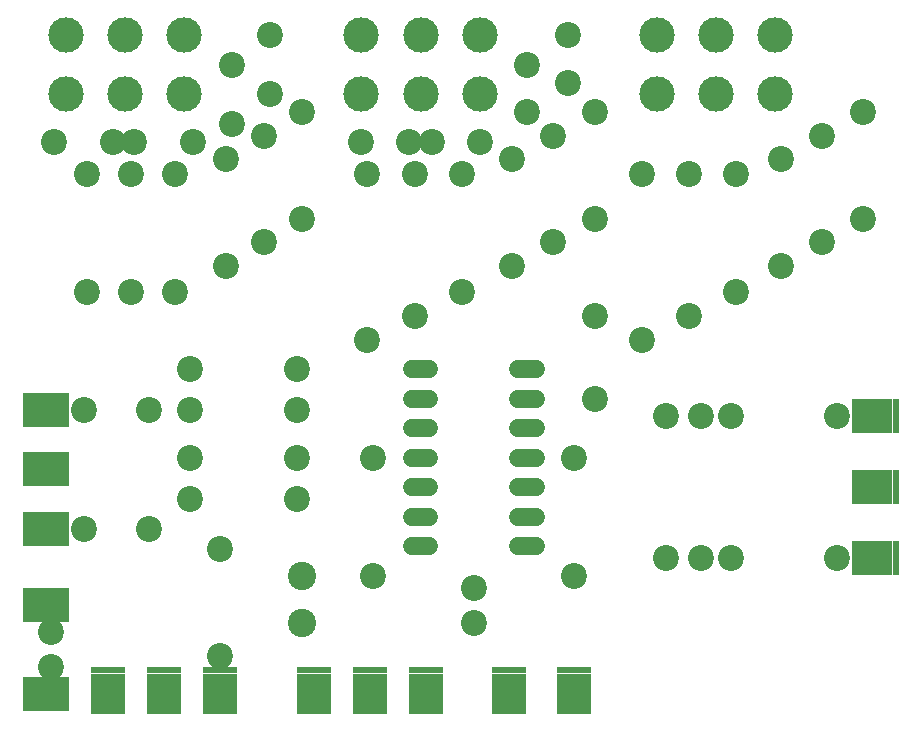
<source format=gbr>
G04 EAGLE Gerber RS-274X export*
G75*
%MOMM*%
%FSLAX34Y34*%
%LPD*%
%INTop Copper*%
%IPPOS*%
%AMOC8*
5,1,8,0,0,1.08239X$1,22.5*%
G01*
%ADD10C,2.000000*%
%ADD11C,2.200000*%
%ADD12R,3.500000X3.000000*%
%ADD13R,0.500000X3.000000*%
%ADD14C,1.500000*%
%ADD15C,2.400000*%
%ADD16R,3.000000X3.500000*%
%ADD17R,3.000000X0.500000*%
%ADD18C,3.000000*%


D10*
X60000Y360000D03*
X60000Y460000D03*
X97500Y360000D03*
X97500Y460000D03*
X135000Y360000D03*
X135000Y460000D03*
D11*
X177500Y382500D03*
X177500Y472500D03*
X210000Y402500D03*
X210000Y492500D03*
X242500Y422500D03*
X242500Y512500D03*
X647500Y382500D03*
X647500Y472500D03*
X682500Y402500D03*
X682500Y492500D03*
X717500Y422500D03*
X717500Y512500D03*
X610000Y360000D03*
X610000Y460000D03*
X490000Y422500D03*
X490000Y512500D03*
X455000Y402500D03*
X455000Y492500D03*
X420000Y382500D03*
X420000Y472500D03*
X337500Y340000D03*
X337500Y460000D03*
X570000Y340000D03*
X570000Y460000D03*
X377500Y360000D03*
X377500Y460000D03*
X297500Y320000D03*
X297500Y460000D03*
X530000Y320000D03*
X530000Y460000D03*
X60000Y360000D03*
X60000Y460000D03*
X97500Y360000D03*
X97500Y460000D03*
X135000Y360000D03*
X135000Y460000D03*
D12*
X22500Y260000D03*
D13*
X42500Y260000D03*
D11*
X147500Y260000D03*
X237500Y260000D03*
X147500Y220000D03*
X237500Y220000D03*
D12*
X22500Y210000D03*
D13*
X42500Y210000D03*
D12*
X725000Y255000D03*
D13*
X745000Y255000D03*
D12*
X725000Y135000D03*
D13*
X745000Y135000D03*
D11*
X172500Y52500D03*
X172500Y142500D03*
D14*
X335000Y220000D02*
X350000Y220000D01*
X425000Y220000D02*
X440000Y220000D01*
X350000Y195000D02*
X335000Y195000D01*
X335000Y170000D02*
X350000Y170000D01*
X350000Y145000D02*
X335000Y145000D01*
X335000Y245000D02*
X350000Y245000D01*
X350000Y270000D02*
X335000Y270000D01*
X335000Y295000D02*
X350000Y295000D01*
X425000Y245000D02*
X440000Y245000D01*
X440000Y270000D02*
X425000Y270000D01*
X425000Y295000D02*
X440000Y295000D01*
X440000Y195000D02*
X425000Y195000D01*
X425000Y170000D02*
X440000Y170000D01*
X440000Y145000D02*
X425000Y145000D01*
D12*
X22500Y160000D03*
D13*
X42500Y160000D03*
D12*
X725000Y195000D03*
D13*
X745000Y195000D03*
D11*
X100000Y487500D03*
X150000Y487500D03*
X32500Y487500D03*
X82500Y487500D03*
X182500Y502500D03*
X182500Y552500D03*
X215000Y527500D03*
X215000Y577500D03*
D12*
X22500Y95000D03*
D13*
X42500Y95000D03*
D12*
X22500Y20000D03*
D13*
X42500Y20000D03*
D11*
X147500Y185000D03*
X237500Y185000D03*
X147500Y295000D03*
X237500Y295000D03*
X490000Y270000D03*
X490000Y340000D03*
X387500Y110000D03*
X387500Y80000D03*
X112500Y160000D03*
X57500Y160000D03*
X112500Y260000D03*
X57500Y260000D03*
X30000Y42500D03*
X30000Y72500D03*
X292500Y487500D03*
X332500Y487500D03*
X352500Y487500D03*
X392500Y487500D03*
X432500Y512500D03*
X432500Y552500D03*
X467500Y537500D03*
X467500Y577500D03*
D15*
X242500Y120000D03*
X242500Y80000D03*
D11*
X302500Y120000D03*
X302500Y220000D03*
X472500Y120000D03*
X472500Y220000D03*
D16*
X77500Y20000D03*
D17*
X77500Y40000D03*
D16*
X125000Y20000D03*
D17*
X125000Y40000D03*
D16*
X172500Y20000D03*
D17*
X172500Y40000D03*
D16*
X252500Y20000D03*
D17*
X252500Y40000D03*
D16*
X300000Y20000D03*
D17*
X300000Y40000D03*
D16*
X347500Y20000D03*
D17*
X347500Y40000D03*
D16*
X417500Y20000D03*
D17*
X417500Y40000D03*
D16*
X472500Y20000D03*
D17*
X472500Y40000D03*
D18*
X542500Y577500D03*
X592500Y577500D03*
X642500Y577500D03*
X592500Y527500D03*
X642500Y527500D03*
X542500Y527500D03*
X292500Y577500D03*
X342500Y577500D03*
X392500Y577500D03*
X342500Y527500D03*
X392500Y527500D03*
X292500Y527500D03*
X42500Y577500D03*
X92500Y577500D03*
X142500Y577500D03*
X92500Y527500D03*
X142500Y527500D03*
X42500Y527500D03*
D11*
X550000Y135000D03*
X580000Y135000D03*
X695000Y135000D03*
X605000Y135000D03*
X695000Y255000D03*
X605000Y255000D03*
X550000Y255000D03*
X580000Y255000D03*
M02*

</source>
